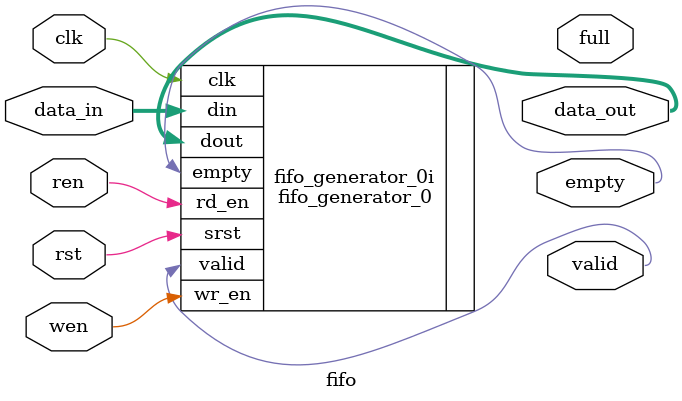
<source format=v>
/*
 * Copyright (c) 2017, Toothless Consulting UG (haftungsbeschraenkt)
 * All rights reserved.
 *
 * Redistribution and use in source and binary forms, with or without
 * modification, are permitted provided that the following conditions are met:
 *
 * + Redistributions of source code must retain the above copyright notice,
 *   this list of conditions and the following disclaimer.
 * + Redistributions in binary form must reproduce the above copyright
 *   notice, this list of conditions and the following disclaimer in the
 *   documentation and/or other materials provided with the distribution.
 * + Neither the name arty-glitcher nor the names of its contributors may be
 *   used to endorse or promote products derived from this software without
 *   specific prior written permission.
 *
 * THIS SOFTWARE IS PROVIDED BY THE COPYRIGHT HOLDERS AND CONTRIBUTORS "AS IS"
 * AND ANY EXPRESS OR IMPLIED WARRANTIES, INCLUDING, BUT NOT LIMITED TO, THE
 * IMPLIED WARRANTIES OF MERCHANTABILITY AND FITNESS FOR A PARTICULAR PURPOSE
 * ARE DISCLAIMED. IN NO EVENT SHALL THE arty-glitcher PROJECT BE LIABLE FOR
 * ANY DIRECT, INDIRECT, INCIDENTAL, SPECIAL, EXEMPLARY, OR CONSEQUENTIAL
 * DAMAGES (INCLUDING, BUT NOT LIMITED TO, PROCUREMENT OF SUBSTITUTE GOODS OR
 * SERVICES; LOSS OF USE, DATA, OR PROFITS; OR BUSINESS INTERRUPTION) HOWEVER
 * CAUSED AND ON ANY THEORY OF LIABILITY, WHETHER IN CONTRACT, STRICT
 * LIABILITY, OR TORT (INCLUDING NEGLIGENCE OR OTHERWISE) ARISING IN ANY WAY
 * OUT OF THE USE OF THIS SOFTWARE, EVEN IF ADVISED OF THE POSSIBILITY OF SUCH
 * DAMAGE.
 *
 * Author: Dmitry Nedospasov <dmitry@toothless.co>
 *
 */

module fifo (
    input wire          clk,
    input wire          rst,
    input wire [7:0]    data_in,
    input wire          wen,
    input wire          ren,
    output wire [7:0]   data_out,
    output wire         full,
    output wire         empty,
    output wire         valid
);

fifo_generator_0 fifo_generator_0i (
    .clk(clk),
    .srst(rst),
    .din(data_in),
    .wr_en(wen),
    .rd_en(ren),
    .dout(data_out),
    .empty(empty),
    .valid(valid)
);

endmodule

</source>
